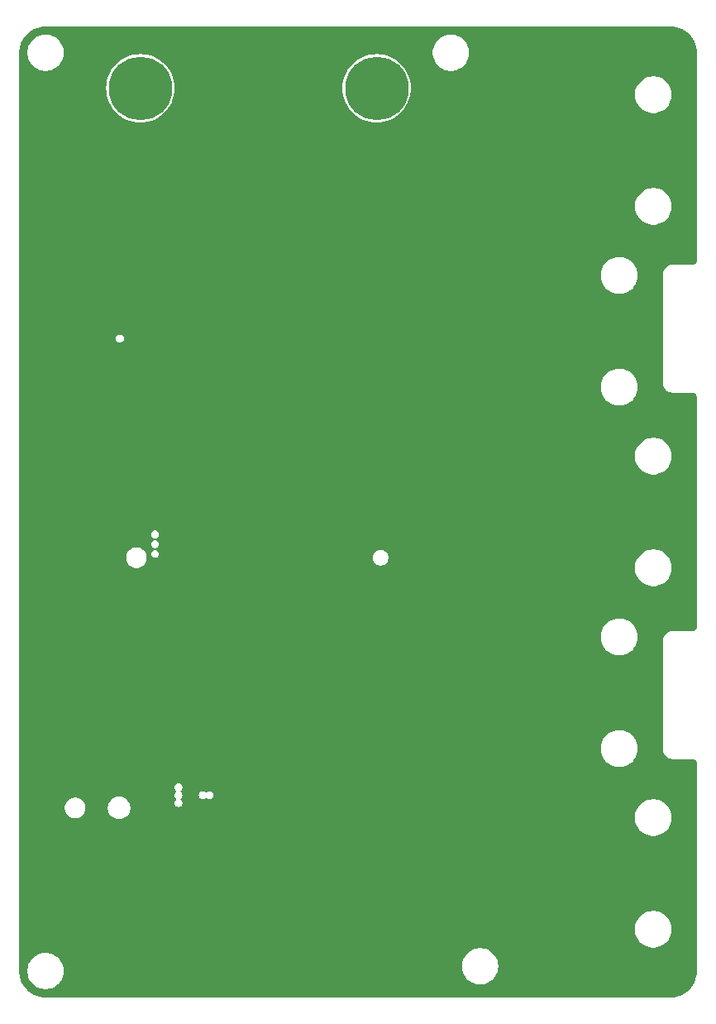
<source format=gbr>
%TF.GenerationSoftware,KiCad,Pcbnew,8.0.6*%
%TF.CreationDate,2024-10-26T18:15:51+02:00*%
%TF.ProjectId,megacard5_reference_design,6d656761-6361-4726-9435-5f7265666572,1.0*%
%TF.SameCoordinates,Original*%
%TF.FileFunction,Copper,L2,Inr*%
%TF.FilePolarity,Positive*%
%FSLAX46Y46*%
G04 Gerber Fmt 4.6, Leading zero omitted, Abs format (unit mm)*
G04 Created by KiCad (PCBNEW 8.0.6) date 2024-10-26 18:15:51*
%MOMM*%
%LPD*%
G01*
G04 APERTURE LIST*
%TA.AperFunction,ComponentPad*%
%ADD10C,6.500000*%
%TD*%
%TA.AperFunction,ViaPad*%
%ADD11C,0.450000*%
%TD*%
G04 APERTURE END LIST*
D10*
%TO.N,N/C*%
%TO.C,J1*%
X96900000Y-36637500D03*
X72700000Y-36637500D03*
%TD*%
%TO.N,N/C*%
%TO.C,J13*%
X96900000Y-36637500D03*
%TD*%
%TO.N,N/C*%
%TO.C,J10*%
X72700000Y-36637500D03*
%TD*%
D11*
%TO.N,GND*%
X72500000Y-113250000D03*
X72500000Y-118500000D03*
X75250000Y-124750000D03*
X80000000Y-125250000D03*
X97500000Y-125250000D03*
X93250000Y-125750000D03*
X88750000Y-125500000D03*
X85250000Y-123750000D03*
X86250000Y-116750000D03*
X88000000Y-118500000D03*
X128000000Y-69000000D03*
X64750000Y-78468750D03*
X119500000Y-98500000D03*
X114750000Y-128468750D03*
X97000000Y-54500000D03*
X85100000Y-83287500D03*
X118237500Y-107750000D03*
X64750000Y-53468750D03*
X94200000Y-79200000D03*
X64750000Y-113468750D03*
X91800000Y-82000000D03*
X111000000Y-107750000D03*
X80642500Y-85741394D03*
X74750000Y-48468750D03*
X69750000Y-33468750D03*
X94200000Y-82000000D03*
X124000000Y-31500000D03*
X92900000Y-86000000D03*
X64750000Y-58468750D03*
X79750000Y-58468750D03*
X124750000Y-43468750D03*
X99750000Y-128468750D03*
X90500000Y-86000000D03*
X103000000Y-81000000D03*
X96200000Y-90200000D03*
X64750000Y-128468750D03*
X79750000Y-73468750D03*
X93800000Y-87400002D03*
X64750000Y-43468750D03*
X87000000Y-79200000D03*
X81058500Y-90487500D03*
X79750000Y-83468750D03*
X89000000Y-90200000D03*
X89750000Y-33468750D03*
X84750000Y-118468750D03*
X89750000Y-108468750D03*
X111000000Y-70750000D03*
X79750000Y-128468750D03*
X79750000Y-98468750D03*
X91000000Y-42000000D03*
X72000000Y-124300022D03*
X62200000Y-116200000D03*
X74750000Y-108468750D03*
X96200000Y-87400000D03*
X87900000Y-83287500D03*
X118237500Y-52250000D03*
X87000000Y-82000000D03*
X86500000Y-45000000D03*
X69750000Y-43468750D03*
X64750000Y-93468750D03*
X73000000Y-87400000D03*
X79750000Y-43468750D03*
X79000000Y-82000000D03*
X89400000Y-79200000D03*
X111000000Y-33750000D03*
X85100000Y-86000000D03*
X79000000Y-79200000D03*
X118237500Y-89250000D03*
X89400000Y-82000000D03*
X81500000Y-85100000D03*
X87900000Y-86000000D03*
X79750000Y-103468750D03*
X69750000Y-63468750D03*
X111000000Y-89250000D03*
X95700000Y-86000000D03*
X89000000Y-87400000D03*
X79750000Y-68468750D03*
X109500000Y-85500000D03*
X99500000Y-64500000D03*
X64750000Y-48468750D03*
X128000000Y-106500000D03*
X69750000Y-128468750D03*
X91400000Y-90200000D03*
X104500000Y-62500000D03*
X124750000Y-118468750D03*
X79750000Y-53468750D03*
X68000000Y-124100000D03*
X93800000Y-90200002D03*
X91800000Y-79200000D03*
X118237500Y-70750000D03*
X119750000Y-128468750D03*
X73400000Y-79200000D03*
X88100000Y-100800000D03*
X86600000Y-90200000D03*
X111000000Y-52250000D03*
X74750000Y-43468750D03*
X69750000Y-53468750D03*
X75400000Y-90200000D03*
X64750000Y-98468750D03*
X74750000Y-68468750D03*
X107500000Y-45000000D03*
X79750000Y-48468750D03*
X64750000Y-63468750D03*
X69750000Y-113468750D03*
X92500000Y-58500000D03*
X69750000Y-58468750D03*
X95700000Y-83287500D03*
X84600000Y-79200000D03*
X84750000Y-33468750D03*
X86600000Y-87400000D03*
X79750000Y-113468750D03*
X84750000Y-128468750D03*
X74400000Y-85700000D03*
X124750000Y-128468750D03*
X84750000Y-38468750D03*
X69750000Y-108468750D03*
X74750000Y-53468750D03*
X78600000Y-90200000D03*
X109750000Y-128468750D03*
X64750000Y-108468750D03*
X90500000Y-83287500D03*
X124750000Y-83468750D03*
X64750000Y-68468750D03*
X69750000Y-73468750D03*
X74750000Y-113468750D03*
X73000000Y-90200000D03*
X79750000Y-63468750D03*
X86500000Y-84687500D03*
X101000000Y-108000000D03*
X69750000Y-78468750D03*
X64750000Y-123468750D03*
X67000000Y-119400000D03*
X75400000Y-87400000D03*
X74750000Y-128468750D03*
X98300000Y-83287500D03*
X84200000Y-87400000D03*
X69750000Y-68468750D03*
X64750000Y-38468750D03*
X104500000Y-109500000D03*
X94750000Y-128468750D03*
X94750000Y-118468750D03*
X64750000Y-73468750D03*
X124750000Y-78468750D03*
X92700000Y-84487500D03*
X74750000Y-63468750D03*
X96600000Y-82000000D03*
X84200000Y-90200000D03*
X96600000Y-79200000D03*
X102500000Y-96500000D03*
X69750000Y-48468750D03*
X90900000Y-102900000D03*
X84600000Y-82000000D03*
X124750000Y-113468750D03*
X118237500Y-33750000D03*
X92900000Y-83287500D03*
X73400000Y-82000000D03*
X78483756Y-87516244D03*
X89750000Y-128468750D03*
X75800000Y-82000000D03*
X83000000Y-119000000D03*
X104750000Y-128468750D03*
X91400000Y-87400000D03*
X79750000Y-33468750D03*
X79750000Y-38468750D03*
X75800000Y-79200000D03*
X74750000Y-58468750D03*
X127000000Y-31500000D03*
%TD*%
%TA.AperFunction,Conductor*%
%TO.N,GND*%
G36*
X127002777Y-30300655D02*
G01*
X127296701Y-30317162D01*
X127307724Y-30318404D01*
X127595224Y-30367252D01*
X127606018Y-30369715D01*
X127886251Y-30450449D01*
X127896722Y-30454113D01*
X128166134Y-30565708D01*
X128176136Y-30570525D01*
X128431354Y-30711578D01*
X128440755Y-30717485D01*
X128678575Y-30886228D01*
X128687254Y-30893149D01*
X128717388Y-30920078D01*
X128904697Y-31087467D01*
X128912532Y-31095302D01*
X128985748Y-31177231D01*
X129106850Y-31312745D01*
X129113771Y-31321424D01*
X129282514Y-31559244D01*
X129288421Y-31568645D01*
X129429474Y-31823863D01*
X129434291Y-31833865D01*
X129545884Y-32103273D01*
X129549551Y-32113752D01*
X129630280Y-32393966D01*
X129632750Y-32404790D01*
X129681594Y-32692270D01*
X129682837Y-32703302D01*
X129699344Y-32997222D01*
X129699500Y-33002773D01*
X129699500Y-33055569D01*
X129699501Y-33055582D01*
X129699501Y-54243511D01*
X129698654Y-54256433D01*
X129685886Y-54353416D01*
X129679197Y-54378380D01*
X129644267Y-54462708D01*
X129631345Y-54485089D01*
X129575779Y-54557504D01*
X129557504Y-54575779D01*
X129485089Y-54631345D01*
X129462708Y-54644267D01*
X129378380Y-54679197D01*
X129353416Y-54685886D01*
X129256442Y-54698653D01*
X129243520Y-54699500D01*
X127305582Y-54699500D01*
X127305570Y-54699499D01*
X127297595Y-54699499D01*
X127250000Y-54699499D01*
X127158093Y-54699499D01*
X127158090Y-54699499D01*
X126977071Y-54731418D01*
X126804338Y-54794288D01*
X126645152Y-54886195D01*
X126645149Y-54886197D01*
X126504353Y-55004339D01*
X126504339Y-55004353D01*
X126386197Y-55145149D01*
X126386195Y-55145152D01*
X126294288Y-55304338D01*
X126231418Y-55477071D01*
X126199499Y-55658090D01*
X126199499Y-55805569D01*
X126199500Y-55805582D01*
X126199500Y-66696325D01*
X126199499Y-66696343D01*
X126199499Y-66841909D01*
X126203807Y-66866339D01*
X126231418Y-67022928D01*
X126294286Y-67195657D01*
X126294287Y-67195659D01*
X126294288Y-67195661D01*
X126386195Y-67354847D01*
X126386197Y-67354850D01*
X126504339Y-67495646D01*
X126504346Y-67495654D01*
X126504352Y-67495659D01*
X126504353Y-67495660D01*
X126645149Y-67613802D01*
X126645152Y-67613804D01*
X126645156Y-67613807D01*
X126804343Y-67705714D01*
X126977072Y-67768582D01*
X127158093Y-67800501D01*
X127210438Y-67800501D01*
X129243526Y-67800501D01*
X129256447Y-67801348D01*
X129271498Y-67803329D01*
X129353419Y-67814114D01*
X129378375Y-67820800D01*
X129462711Y-67855734D01*
X129485086Y-67868652D01*
X129557503Y-67924219D01*
X129575776Y-67942493D01*
X129631344Y-68014909D01*
X129644267Y-68037291D01*
X129679197Y-68121618D01*
X129685886Y-68146582D01*
X129698653Y-68243558D01*
X129699500Y-68256480D01*
X129699500Y-91743518D01*
X129698653Y-91756440D01*
X129685886Y-91853416D01*
X129679197Y-91878380D01*
X129644267Y-91962708D01*
X129631345Y-91985089D01*
X129575779Y-92057504D01*
X129557504Y-92075779D01*
X129485089Y-92131345D01*
X129462708Y-92144267D01*
X129378380Y-92179197D01*
X129353416Y-92185886D01*
X129256442Y-92198653D01*
X129243520Y-92199500D01*
X127305582Y-92199500D01*
X127305570Y-92199499D01*
X127297595Y-92199499D01*
X127250000Y-92199499D01*
X127158093Y-92199499D01*
X127158090Y-92199499D01*
X126977071Y-92231418D01*
X126804338Y-92294288D01*
X126645152Y-92386195D01*
X126645149Y-92386197D01*
X126504353Y-92504339D01*
X126504339Y-92504353D01*
X126386197Y-92645149D01*
X126386195Y-92645152D01*
X126294288Y-92804338D01*
X126231418Y-92977071D01*
X126199499Y-93158090D01*
X126199499Y-93305569D01*
X126199500Y-93305582D01*
X126199500Y-104196325D01*
X126199499Y-104196343D01*
X126199499Y-104202405D01*
X126199499Y-104250000D01*
X126199499Y-104341907D01*
X126231418Y-104522928D01*
X126294286Y-104695657D01*
X126294287Y-104695659D01*
X126294288Y-104695661D01*
X126386195Y-104854847D01*
X126386197Y-104854850D01*
X126504339Y-104995646D01*
X126504346Y-104995654D01*
X126504352Y-104995659D01*
X126504353Y-104995660D01*
X126645149Y-105113802D01*
X126645152Y-105113804D01*
X126645156Y-105113807D01*
X126804343Y-105205714D01*
X126977072Y-105268582D01*
X127158093Y-105300501D01*
X127210438Y-105300501D01*
X129243526Y-105300501D01*
X129256447Y-105301348D01*
X129271498Y-105303329D01*
X129353419Y-105314114D01*
X129378375Y-105320800D01*
X129462711Y-105355734D01*
X129485086Y-105368652D01*
X129557503Y-105424219D01*
X129575776Y-105442493D01*
X129631344Y-105514909D01*
X129644267Y-105537291D01*
X129679197Y-105621618D01*
X129685886Y-105646582D01*
X129698653Y-105743558D01*
X129699500Y-105756480D01*
X129699500Y-126997226D01*
X129699344Y-127002777D01*
X129682837Y-127296697D01*
X129681594Y-127307729D01*
X129632750Y-127595209D01*
X129630280Y-127606033D01*
X129549551Y-127886247D01*
X129545884Y-127896726D01*
X129434291Y-128166134D01*
X129429474Y-128176136D01*
X129288421Y-128431354D01*
X129282514Y-128440755D01*
X129113771Y-128678575D01*
X129106850Y-128687254D01*
X128912540Y-128904689D01*
X128904689Y-128912540D01*
X128687254Y-129106850D01*
X128678575Y-129113771D01*
X128440755Y-129282514D01*
X128431354Y-129288421D01*
X128176136Y-129429474D01*
X128166134Y-129434291D01*
X127896726Y-129545884D01*
X127886247Y-129549551D01*
X127606033Y-129630280D01*
X127595209Y-129632750D01*
X127307729Y-129681594D01*
X127296697Y-129682837D01*
X127002778Y-129699344D01*
X126997227Y-129699500D01*
X126944430Y-129699500D01*
X126944418Y-129699501D01*
X63002772Y-129699501D01*
X62997221Y-129699345D01*
X62703301Y-129682838D01*
X62692269Y-129681595D01*
X62404789Y-129632751D01*
X62393965Y-129630281D01*
X62113751Y-129549552D01*
X62103272Y-129545885D01*
X61833864Y-129434292D01*
X61823862Y-129429475D01*
X61568645Y-129288422D01*
X61559245Y-129282516D01*
X61559242Y-129282514D01*
X61321410Y-129113762D01*
X61312754Y-129106860D01*
X61095302Y-128912532D01*
X61087467Y-128904697D01*
X60893138Y-128687243D01*
X60886238Y-128678592D01*
X60717480Y-128440749D01*
X60711577Y-128431354D01*
X60570524Y-128176137D01*
X60565707Y-128166135D01*
X60565707Y-128166134D01*
X60454112Y-127896723D01*
X60450447Y-127886248D01*
X60450447Y-127886247D01*
X60369714Y-127606019D01*
X60367251Y-127595225D01*
X60318403Y-127307725D01*
X60317161Y-127296698D01*
X60300656Y-127002795D01*
X60300500Y-126997244D01*
X60300500Y-126878448D01*
X61145500Y-126878448D01*
X61145500Y-127121551D01*
X61177230Y-127362563D01*
X61177230Y-127362568D01*
X61240149Y-127597387D01*
X61333178Y-127821979D01*
X61376333Y-127896727D01*
X61454731Y-128032516D01*
X61602722Y-128225380D01*
X61774620Y-128397278D01*
X61967484Y-128545269D01*
X62178016Y-128666819D01*
X62178017Y-128666819D01*
X62178020Y-128666821D01*
X62206397Y-128678575D01*
X62402612Y-128759850D01*
X62637429Y-128822769D01*
X62878450Y-128854500D01*
X62878451Y-128854500D01*
X63121549Y-128854500D01*
X63121550Y-128854500D01*
X63362571Y-128822769D01*
X63597388Y-128759850D01*
X63821984Y-128666819D01*
X64032516Y-128545269D01*
X64225380Y-128397278D01*
X64397278Y-128225380D01*
X64545269Y-128032516D01*
X64666819Y-127821984D01*
X64759850Y-127597388D01*
X64822769Y-127362571D01*
X64854500Y-127121550D01*
X64854500Y-126878450D01*
X64822769Y-126637429D01*
X64759850Y-126402612D01*
X64749841Y-126378448D01*
X105645500Y-126378448D01*
X105645500Y-126621551D01*
X105677230Y-126862563D01*
X105677230Y-126862568D01*
X105740149Y-127097387D01*
X105833178Y-127321979D01*
X105833181Y-127321984D01*
X105954731Y-127532516D01*
X106102722Y-127725380D01*
X106274620Y-127897278D01*
X106467484Y-128045269D01*
X106678016Y-128166819D01*
X106678017Y-128166819D01*
X106678020Y-128166821D01*
X106819394Y-128225380D01*
X106902612Y-128259850D01*
X107137429Y-128322769D01*
X107378450Y-128354500D01*
X107378451Y-128354500D01*
X107621549Y-128354500D01*
X107621550Y-128354500D01*
X107862571Y-128322769D01*
X108097388Y-128259850D01*
X108321984Y-128166819D01*
X108532516Y-128045269D01*
X108725380Y-127897278D01*
X108897278Y-127725380D01*
X109045269Y-127532516D01*
X109166819Y-127321984D01*
X109259850Y-127097388D01*
X109322769Y-126862571D01*
X109354500Y-126621550D01*
X109354500Y-126378450D01*
X109322769Y-126137429D01*
X109259850Y-125902612D01*
X109166819Y-125678016D01*
X109045269Y-125467484D01*
X108897278Y-125274620D01*
X108725380Y-125102722D01*
X108532516Y-124954731D01*
X108532517Y-124954731D01*
X108532515Y-124954730D01*
X108321979Y-124833178D01*
X108097387Y-124740149D01*
X107937001Y-124697174D01*
X107862571Y-124677231D01*
X107862568Y-124677230D01*
X107862566Y-124677230D01*
X107621551Y-124645500D01*
X107621550Y-124645500D01*
X107378450Y-124645500D01*
X107378448Y-124645500D01*
X107137436Y-124677230D01*
X107137431Y-124677230D01*
X106902612Y-124740149D01*
X106678020Y-124833178D01*
X106467484Y-124954730D01*
X106274623Y-125102719D01*
X106102719Y-125274623D01*
X105954730Y-125467484D01*
X105833178Y-125678020D01*
X105740149Y-125902612D01*
X105677230Y-126137431D01*
X105677230Y-126137436D01*
X105645500Y-126378448D01*
X64749841Y-126378448D01*
X64666819Y-126178016D01*
X64545269Y-125967484D01*
X64397278Y-125774620D01*
X64225380Y-125602722D01*
X64032516Y-125454731D01*
X64032517Y-125454731D01*
X64032515Y-125454730D01*
X63821979Y-125333178D01*
X63597387Y-125240149D01*
X63437001Y-125197174D01*
X63362571Y-125177231D01*
X63362568Y-125177230D01*
X63362566Y-125177230D01*
X63121551Y-125145500D01*
X63121550Y-125145500D01*
X62878450Y-125145500D01*
X62878448Y-125145500D01*
X62637436Y-125177230D01*
X62637431Y-125177230D01*
X62402612Y-125240149D01*
X62178020Y-125333178D01*
X61967484Y-125454730D01*
X61774623Y-125602719D01*
X61602719Y-125774623D01*
X61454730Y-125967484D01*
X61333178Y-126178020D01*
X61240149Y-126402612D01*
X61177230Y-126637431D01*
X61177230Y-126637436D01*
X61145500Y-126878448D01*
X60300500Y-126878448D01*
X60300500Y-122591810D01*
X123340500Y-122591810D01*
X123340500Y-122838189D01*
X123372658Y-123082451D01*
X123372658Y-123082456D01*
X123436425Y-123320441D01*
X123530708Y-123548060D01*
X123530711Y-123548065D01*
X123653900Y-123761435D01*
X123803885Y-123956900D01*
X123978100Y-124131115D01*
X124173565Y-124281100D01*
X124386935Y-124404289D01*
X124386936Y-124404289D01*
X124386939Y-124404291D01*
X124614558Y-124498574D01*
X124852541Y-124562341D01*
X125096811Y-124594500D01*
X125096812Y-124594500D01*
X125343188Y-124594500D01*
X125343189Y-124594500D01*
X125587459Y-124562341D01*
X125825442Y-124498574D01*
X126053065Y-124404289D01*
X126266435Y-124281100D01*
X126461900Y-124131115D01*
X126636115Y-123956900D01*
X126786100Y-123761435D01*
X126909289Y-123548065D01*
X127003574Y-123320442D01*
X127067341Y-123082459D01*
X127099500Y-122838189D01*
X127099500Y-122591811D01*
X127067341Y-122347541D01*
X127003574Y-122109558D01*
X126909289Y-121881935D01*
X126786100Y-121668565D01*
X126636115Y-121473100D01*
X126461900Y-121298885D01*
X126266435Y-121148900D01*
X126053065Y-121025711D01*
X126053060Y-121025708D01*
X125825441Y-120931425D01*
X125662891Y-120887871D01*
X125587459Y-120867659D01*
X125587456Y-120867658D01*
X125587454Y-120867658D01*
X125343189Y-120835500D01*
X125096811Y-120835500D01*
X125096810Y-120835500D01*
X124852548Y-120867658D01*
X124852543Y-120867658D01*
X124614558Y-120931425D01*
X124386939Y-121025708D01*
X124173561Y-121148902D01*
X123978103Y-121298882D01*
X123803882Y-121473103D01*
X123653902Y-121668561D01*
X123530708Y-121881939D01*
X123436425Y-122109558D01*
X123372658Y-122347543D01*
X123372658Y-122347548D01*
X123340500Y-122591810D01*
X60300500Y-122591810D01*
X60300500Y-110196138D01*
X64970500Y-110196138D01*
X64970500Y-110403861D01*
X64997516Y-110539677D01*
X65003616Y-110570346D01*
X65011024Y-110607585D01*
X65011024Y-110607587D01*
X65090512Y-110799490D01*
X65090512Y-110799491D01*
X65205916Y-110972203D01*
X65205917Y-110972204D01*
X65352796Y-111119083D01*
X65525507Y-111234486D01*
X65717414Y-111313976D01*
X65921141Y-111354500D01*
X65921142Y-111354500D01*
X66128858Y-111354500D01*
X66128859Y-111354500D01*
X66332586Y-111313976D01*
X66524493Y-111234486D01*
X66697204Y-111119083D01*
X66844083Y-110972204D01*
X66959486Y-110799493D01*
X67038976Y-110607586D01*
X67079500Y-110403859D01*
X67079500Y-110209135D01*
X69370500Y-110209135D01*
X69370500Y-110390864D01*
X69398926Y-110570341D01*
X69455083Y-110743174D01*
X69537582Y-110905089D01*
X69537586Y-110905095D01*
X69644392Y-111052100D01*
X69644394Y-111052102D01*
X69644397Y-111052106D01*
X69772894Y-111180603D01*
X69772897Y-111180605D01*
X69772899Y-111180607D01*
X69919904Y-111287413D01*
X69919910Y-111287417D01*
X70081826Y-111369917D01*
X70254654Y-111426072D01*
X70254655Y-111426072D01*
X70254658Y-111426073D01*
X70434136Y-111454500D01*
X70434139Y-111454500D01*
X70615864Y-111454500D01*
X70795341Y-111426073D01*
X70795342Y-111426072D01*
X70795346Y-111426072D01*
X70968174Y-111369917D01*
X71130090Y-111287417D01*
X71277106Y-111180603D01*
X71295899Y-111161810D01*
X123340500Y-111161810D01*
X123340500Y-111408189D01*
X123372658Y-111652451D01*
X123372658Y-111652456D01*
X123436425Y-111890441D01*
X123530708Y-112118060D01*
X123530711Y-112118065D01*
X123653900Y-112331435D01*
X123803885Y-112526900D01*
X123978100Y-112701115D01*
X124173565Y-112851100D01*
X124386935Y-112974289D01*
X124386936Y-112974289D01*
X124386939Y-112974291D01*
X124614558Y-113068574D01*
X124852541Y-113132341D01*
X125096811Y-113164500D01*
X125096812Y-113164500D01*
X125343188Y-113164500D01*
X125343189Y-113164500D01*
X125587459Y-113132341D01*
X125825442Y-113068574D01*
X126053065Y-112974289D01*
X126266435Y-112851100D01*
X126461900Y-112701115D01*
X126636115Y-112526900D01*
X126786100Y-112331435D01*
X126909289Y-112118065D01*
X127003574Y-111890442D01*
X127067341Y-111652459D01*
X127099500Y-111408189D01*
X127099500Y-111161811D01*
X127067341Y-110917541D01*
X127003574Y-110679558D01*
X126909291Y-110451939D01*
X126909289Y-110451935D01*
X126786100Y-110238565D01*
X126636115Y-110043100D01*
X126461900Y-109868885D01*
X126266435Y-109718900D01*
X126053065Y-109595711D01*
X126053060Y-109595708D01*
X125825441Y-109501425D01*
X125662891Y-109457871D01*
X125587459Y-109437659D01*
X125587456Y-109437658D01*
X125587454Y-109437658D01*
X125343189Y-109405500D01*
X125096811Y-109405500D01*
X125096810Y-109405500D01*
X124852548Y-109437658D01*
X124852543Y-109437658D01*
X124614558Y-109501425D01*
X124386939Y-109595708D01*
X124173561Y-109718902D01*
X123978103Y-109868882D01*
X123803882Y-110043103D01*
X123653902Y-110238561D01*
X123530708Y-110451939D01*
X123436425Y-110679558D01*
X123372658Y-110917543D01*
X123372658Y-110917548D01*
X123340500Y-111161810D01*
X71295899Y-111161810D01*
X71405603Y-111052106D01*
X71512417Y-110905090D01*
X71594917Y-110743174D01*
X71651072Y-110570346D01*
X71677441Y-110403861D01*
X71679500Y-110390864D01*
X71679500Y-110209135D01*
X71651073Y-110029658D01*
X71617573Y-109926555D01*
X71594917Y-109856826D01*
X71512417Y-109694910D01*
X71463656Y-109627796D01*
X71405607Y-109547899D01*
X71405605Y-109547897D01*
X71405603Y-109547894D01*
X71277106Y-109419397D01*
X71277102Y-109419394D01*
X71277100Y-109419392D01*
X71130095Y-109312586D01*
X71130089Y-109312582D01*
X70968174Y-109230083D01*
X70795341Y-109173926D01*
X70615864Y-109145500D01*
X70615861Y-109145500D01*
X70434139Y-109145500D01*
X70434136Y-109145500D01*
X70254658Y-109173926D01*
X70081825Y-109230083D01*
X69919910Y-109312582D01*
X69919904Y-109312586D01*
X69772899Y-109419392D01*
X69644392Y-109547899D01*
X69537586Y-109694904D01*
X69537582Y-109694910D01*
X69455083Y-109856825D01*
X69398926Y-110029658D01*
X69370500Y-110209135D01*
X67079500Y-110209135D01*
X67079500Y-110196141D01*
X67038976Y-109992414D01*
X66959487Y-109800509D01*
X66959487Y-109800508D01*
X66844083Y-109627796D01*
X66697203Y-109480916D01*
X66524490Y-109365512D01*
X66332586Y-109286024D01*
X66128861Y-109245500D01*
X66128859Y-109245500D01*
X65921141Y-109245500D01*
X65921138Y-109245500D01*
X65717414Y-109286024D01*
X65717412Y-109286024D01*
X65525509Y-109365512D01*
X65525508Y-109365512D01*
X65352796Y-109480916D01*
X65205916Y-109627796D01*
X65090512Y-109800508D01*
X65090512Y-109800509D01*
X65011024Y-109992412D01*
X65011024Y-109992414D01*
X64970500Y-110196138D01*
X60300500Y-110196138D01*
X60300500Y-108199999D01*
X76190458Y-108199999D01*
X76190458Y-108200000D01*
X76210502Y-108326554D01*
X76210504Y-108326561D01*
X76268671Y-108440718D01*
X76268674Y-108440723D01*
X76357949Y-108529998D01*
X76385725Y-108584513D01*
X76376154Y-108644945D01*
X76357950Y-108670000D01*
X76301797Y-108726154D01*
X76268672Y-108759279D01*
X76268671Y-108759281D01*
X76210504Y-108873438D01*
X76210502Y-108873445D01*
X76190458Y-108999999D01*
X76190458Y-109000000D01*
X76210502Y-109126554D01*
X76210504Y-109126561D01*
X76268671Y-109240718D01*
X76268674Y-109240723D01*
X76357949Y-109329998D01*
X76385725Y-109384513D01*
X76376154Y-109444945D01*
X76357950Y-109470000D01*
X76280057Y-109547894D01*
X76268672Y-109559279D01*
X76268671Y-109559281D01*
X76210504Y-109673438D01*
X76210502Y-109673445D01*
X76190458Y-109799999D01*
X76190458Y-109800000D01*
X76210502Y-109926554D01*
X76210504Y-109926561D01*
X76263034Y-110029654D01*
X76268674Y-110040723D01*
X76359277Y-110131326D01*
X76359279Y-110131327D01*
X76359281Y-110131328D01*
X76473438Y-110189495D01*
X76473440Y-110189495D01*
X76473445Y-110189498D01*
X76600000Y-110209542D01*
X76726555Y-110189498D01*
X76840723Y-110131326D01*
X76931326Y-110040723D01*
X76989498Y-109926555D01*
X77009542Y-109800000D01*
X76989498Y-109673445D01*
X76989495Y-109673440D01*
X76989495Y-109673438D01*
X76931328Y-109559281D01*
X76931327Y-109559279D01*
X76931326Y-109559277D01*
X76842050Y-109470001D01*
X76814275Y-109415487D01*
X76823846Y-109355055D01*
X76842049Y-109329999D01*
X76931326Y-109240723D01*
X76989498Y-109126555D01*
X77009542Y-109000000D01*
X77009542Y-108999999D01*
X78690458Y-108999999D01*
X78690458Y-109000000D01*
X78710502Y-109126554D01*
X78710504Y-109126561D01*
X78768671Y-109240718D01*
X78768674Y-109240723D01*
X78859277Y-109331326D01*
X78859279Y-109331327D01*
X78859281Y-109331328D01*
X78973438Y-109389495D01*
X78973440Y-109389495D01*
X78973445Y-109389498D01*
X79100000Y-109409542D01*
X79226555Y-109389498D01*
X79340723Y-109331326D01*
X79379998Y-109292050D01*
X79434513Y-109264275D01*
X79494945Y-109273846D01*
X79520000Y-109292049D01*
X79559277Y-109331326D01*
X79559279Y-109331327D01*
X79559281Y-109331328D01*
X79673438Y-109389495D01*
X79673440Y-109389495D01*
X79673445Y-109389498D01*
X79800000Y-109409542D01*
X79926555Y-109389498D01*
X80040723Y-109331326D01*
X80131326Y-109240723D01*
X80189498Y-109126555D01*
X80209542Y-109000000D01*
X80189498Y-108873445D01*
X80189495Y-108873440D01*
X80189495Y-108873438D01*
X80131328Y-108759281D01*
X80131327Y-108759279D01*
X80131326Y-108759277D01*
X80040723Y-108668674D01*
X80040720Y-108668672D01*
X80040718Y-108668671D01*
X79926561Y-108610504D01*
X79926556Y-108610502D01*
X79926555Y-108610502D01*
X79800000Y-108590458D01*
X79673445Y-108610502D01*
X79673438Y-108610504D01*
X79559281Y-108668671D01*
X79559279Y-108668672D01*
X79559277Y-108668673D01*
X79559277Y-108668674D01*
X79520001Y-108707949D01*
X79465487Y-108735725D01*
X79405055Y-108726154D01*
X79379999Y-108707950D01*
X79340723Y-108668674D01*
X79340720Y-108668672D01*
X79340718Y-108668671D01*
X79226561Y-108610504D01*
X79226556Y-108610502D01*
X79226555Y-108610502D01*
X79100000Y-108590458D01*
X78973445Y-108610502D01*
X78973438Y-108610504D01*
X78859281Y-108668671D01*
X78859279Y-108668672D01*
X78768672Y-108759279D01*
X78768671Y-108759281D01*
X78710504Y-108873438D01*
X78710502Y-108873445D01*
X78690458Y-108999999D01*
X77009542Y-108999999D01*
X76989498Y-108873445D01*
X76989495Y-108873440D01*
X76989495Y-108873438D01*
X76931328Y-108759281D01*
X76931327Y-108759279D01*
X76931326Y-108759277D01*
X76842050Y-108670001D01*
X76814275Y-108615487D01*
X76823846Y-108555055D01*
X76842049Y-108529999D01*
X76931326Y-108440723D01*
X76989498Y-108326555D01*
X77009542Y-108200000D01*
X76989498Y-108073445D01*
X76989495Y-108073440D01*
X76989495Y-108073438D01*
X76931328Y-107959281D01*
X76931327Y-107959279D01*
X76931326Y-107959277D01*
X76840723Y-107868674D01*
X76840720Y-107868672D01*
X76840718Y-107868671D01*
X76726561Y-107810504D01*
X76726556Y-107810502D01*
X76726555Y-107810502D01*
X76600000Y-107790458D01*
X76473445Y-107810502D01*
X76473438Y-107810504D01*
X76359281Y-107868671D01*
X76359279Y-107868672D01*
X76268672Y-107959279D01*
X76268671Y-107959281D01*
X76210504Y-108073438D01*
X76210502Y-108073445D01*
X76190458Y-108199999D01*
X60300500Y-108199999D01*
X60300500Y-104091810D01*
X119860500Y-104091810D01*
X119860500Y-104338189D01*
X119892658Y-104582451D01*
X119892658Y-104582456D01*
X119956425Y-104820441D01*
X120050708Y-105048060D01*
X120173902Y-105261438D01*
X120256172Y-105368655D01*
X120323885Y-105456900D01*
X120498100Y-105631115D01*
X120693565Y-105781100D01*
X120906935Y-105904289D01*
X120906936Y-105904289D01*
X120906939Y-105904291D01*
X121134558Y-105998574D01*
X121372541Y-106062341D01*
X121616811Y-106094500D01*
X121616812Y-106094500D01*
X121863188Y-106094500D01*
X121863189Y-106094500D01*
X122107459Y-106062341D01*
X122345442Y-105998574D01*
X122573065Y-105904289D01*
X122786435Y-105781100D01*
X122981900Y-105631115D01*
X123156115Y-105456900D01*
X123306100Y-105261435D01*
X123429289Y-105048065D01*
X123523574Y-104820442D01*
X123587341Y-104582459D01*
X123619500Y-104338189D01*
X123619500Y-104091811D01*
X123587341Y-103847541D01*
X123523574Y-103609558D01*
X123429289Y-103381935D01*
X123306100Y-103168565D01*
X123156115Y-102973100D01*
X122981900Y-102798885D01*
X122786435Y-102648900D01*
X122573065Y-102525711D01*
X122573060Y-102525708D01*
X122345441Y-102431425D01*
X122182891Y-102387871D01*
X122107459Y-102367659D01*
X122107456Y-102367658D01*
X122107454Y-102367658D01*
X121863189Y-102335500D01*
X121616811Y-102335500D01*
X121616810Y-102335500D01*
X121372548Y-102367658D01*
X121372543Y-102367658D01*
X121134558Y-102431425D01*
X120906939Y-102525708D01*
X120693561Y-102648902D01*
X120498103Y-102798882D01*
X120323882Y-102973103D01*
X120173902Y-103168561D01*
X120050708Y-103381939D01*
X119956425Y-103609558D01*
X119892658Y-103847543D01*
X119892658Y-103847548D01*
X119860500Y-104091810D01*
X60300500Y-104091810D01*
X60300500Y-92661811D01*
X119860500Y-92661811D01*
X119860500Y-92908189D01*
X119875911Y-93025250D01*
X119892658Y-93152451D01*
X119892658Y-93152456D01*
X119956425Y-93390441D01*
X120050708Y-93618060D01*
X120050711Y-93618065D01*
X120173900Y-93831435D01*
X120323885Y-94026900D01*
X120498100Y-94201115D01*
X120693565Y-94351100D01*
X120906935Y-94474289D01*
X120906936Y-94474289D01*
X120906939Y-94474291D01*
X121134558Y-94568574D01*
X121372541Y-94632341D01*
X121616811Y-94664500D01*
X121616812Y-94664500D01*
X121863188Y-94664500D01*
X121863189Y-94664500D01*
X122107459Y-94632341D01*
X122345442Y-94568574D01*
X122573065Y-94474289D01*
X122786435Y-94351100D01*
X122981900Y-94201115D01*
X123156115Y-94026900D01*
X123306100Y-93831435D01*
X123429289Y-93618065D01*
X123523574Y-93390442D01*
X123587341Y-93152459D01*
X123619500Y-92908189D01*
X123619500Y-92661811D01*
X123587341Y-92417541D01*
X123523574Y-92179558D01*
X123477301Y-92067845D01*
X123429291Y-91951939D01*
X123365764Y-91841907D01*
X123306100Y-91738565D01*
X123156115Y-91543100D01*
X122981900Y-91368885D01*
X122786435Y-91218900D01*
X122573065Y-91095711D01*
X122573060Y-91095708D01*
X122345441Y-91001425D01*
X122182891Y-90957871D01*
X122107459Y-90937659D01*
X122107456Y-90937658D01*
X122107454Y-90937658D01*
X121863189Y-90905500D01*
X121616811Y-90905500D01*
X121616810Y-90905500D01*
X121372548Y-90937658D01*
X121372543Y-90937658D01*
X121134558Y-91001425D01*
X120906939Y-91095708D01*
X120693561Y-91218902D01*
X120498103Y-91368882D01*
X120323882Y-91543103D01*
X120173902Y-91738561D01*
X120050708Y-91951939D01*
X119956425Y-92179558D01*
X119892658Y-92417543D01*
X119892658Y-92417548D01*
X119862694Y-92645149D01*
X119860500Y-92661811D01*
X60300500Y-92661811D01*
X60300500Y-84583638D01*
X71245500Y-84583638D01*
X71245500Y-84791361D01*
X71286024Y-84995085D01*
X71286024Y-84995087D01*
X71365512Y-85186990D01*
X71365512Y-85186991D01*
X71480916Y-85359703D01*
X71480917Y-85359704D01*
X71627796Y-85506583D01*
X71800507Y-85621986D01*
X71992414Y-85701476D01*
X72196141Y-85742000D01*
X72196142Y-85742000D01*
X72403858Y-85742000D01*
X72403859Y-85742000D01*
X72607586Y-85701476D01*
X72799493Y-85621986D01*
X72844654Y-85591810D01*
X123360500Y-85591810D01*
X123360500Y-85838189D01*
X123392658Y-86082451D01*
X123392658Y-86082456D01*
X123456425Y-86320441D01*
X123550708Y-86548060D01*
X123550711Y-86548065D01*
X123673900Y-86761435D01*
X123823885Y-86956900D01*
X123998100Y-87131115D01*
X124193565Y-87281100D01*
X124406935Y-87404289D01*
X124406936Y-87404289D01*
X124406939Y-87404291D01*
X124634558Y-87498574D01*
X124872541Y-87562341D01*
X125116811Y-87594500D01*
X125116812Y-87594500D01*
X125363188Y-87594500D01*
X125363189Y-87594500D01*
X125607459Y-87562341D01*
X125845442Y-87498574D01*
X126073065Y-87404289D01*
X126286435Y-87281100D01*
X126481900Y-87131115D01*
X126656115Y-86956900D01*
X126806100Y-86761435D01*
X126929289Y-86548065D01*
X127023574Y-86320442D01*
X127087341Y-86082459D01*
X127119500Y-85838189D01*
X127119500Y-85591811D01*
X127087341Y-85347541D01*
X127023574Y-85109558D01*
X126976158Y-84995086D01*
X126929291Y-84881939D01*
X126876995Y-84791359D01*
X126806100Y-84668565D01*
X126656115Y-84473100D01*
X126481900Y-84298885D01*
X126337402Y-84188008D01*
X126286438Y-84148902D01*
X126073060Y-84025708D01*
X125845441Y-83931425D01*
X125682891Y-83887871D01*
X125607459Y-83867659D01*
X125607456Y-83867658D01*
X125607454Y-83867658D01*
X125363189Y-83835500D01*
X125116811Y-83835500D01*
X125116810Y-83835500D01*
X124872548Y-83867658D01*
X124872543Y-83867658D01*
X124634558Y-83931425D01*
X124406939Y-84025708D01*
X124193561Y-84148902D01*
X123998103Y-84298882D01*
X123823882Y-84473103D01*
X123673902Y-84668561D01*
X123550708Y-84881939D01*
X123456425Y-85109558D01*
X123392658Y-85347543D01*
X123392658Y-85347548D01*
X123360500Y-85591810D01*
X72844654Y-85591810D01*
X72972204Y-85506583D01*
X73119083Y-85359704D01*
X73234486Y-85186993D01*
X73313976Y-84995086D01*
X73354500Y-84791359D01*
X73354500Y-84583641D01*
X73313976Y-84379914D01*
X73280874Y-84299999D01*
X73790458Y-84299999D01*
X73790458Y-84300000D01*
X73810502Y-84426554D01*
X73810504Y-84426561D01*
X73868671Y-84540718D01*
X73868674Y-84540723D01*
X73959277Y-84631326D01*
X73959279Y-84631327D01*
X73959281Y-84631328D01*
X74073438Y-84689495D01*
X74073440Y-84689495D01*
X74073445Y-84689498D01*
X74200000Y-84709542D01*
X74326555Y-84689498D01*
X74440723Y-84631326D01*
X74463788Y-84608261D01*
X96495500Y-84608261D01*
X96495500Y-84766738D01*
X96526416Y-84922163D01*
X96526416Y-84922165D01*
X96587059Y-85068571D01*
X96587060Y-85068573D01*
X96587061Y-85068574D01*
X96675104Y-85200339D01*
X96787161Y-85312396D01*
X96918926Y-85400439D01*
X97065336Y-85461084D01*
X97220764Y-85492000D01*
X97220765Y-85492000D01*
X97379235Y-85492000D01*
X97379236Y-85492000D01*
X97534664Y-85461084D01*
X97681074Y-85400439D01*
X97812839Y-85312396D01*
X97924896Y-85200339D01*
X98012939Y-85068574D01*
X98073584Y-84922164D01*
X98104500Y-84766736D01*
X98104500Y-84608264D01*
X98073584Y-84452836D01*
X98012939Y-84306426D01*
X97924896Y-84174661D01*
X97812839Y-84062604D01*
X97681074Y-83974561D01*
X97681073Y-83974560D01*
X97681071Y-83974559D01*
X97534664Y-83913916D01*
X97379238Y-83883000D01*
X97379236Y-83883000D01*
X97220764Y-83883000D01*
X97220761Y-83883000D01*
X97065336Y-83913916D01*
X97065334Y-83913916D01*
X96918928Y-83974559D01*
X96787161Y-84062604D01*
X96787157Y-84062607D01*
X96675107Y-84174657D01*
X96675104Y-84174661D01*
X96587059Y-84306428D01*
X96526416Y-84452834D01*
X96526416Y-84452836D01*
X96495500Y-84608261D01*
X74463788Y-84608261D01*
X74531326Y-84540723D01*
X74589498Y-84426555D01*
X74609542Y-84300000D01*
X74609365Y-84298885D01*
X74606801Y-84282695D01*
X74589498Y-84173445D01*
X74589495Y-84173440D01*
X74589495Y-84173438D01*
X74531328Y-84059281D01*
X74531327Y-84059279D01*
X74531326Y-84059277D01*
X74440723Y-83968674D01*
X74440720Y-83968672D01*
X74440718Y-83968671D01*
X74326561Y-83910504D01*
X74326556Y-83910502D01*
X74326555Y-83910502D01*
X74246216Y-83897777D01*
X74198156Y-83873290D01*
X74183240Y-83888207D01*
X74153782Y-83897778D01*
X74073445Y-83910502D01*
X74073438Y-83910504D01*
X73959281Y-83968671D01*
X73959279Y-83968672D01*
X73868672Y-84059279D01*
X73868671Y-84059281D01*
X73810504Y-84173438D01*
X73810502Y-84173445D01*
X73790458Y-84299999D01*
X73280874Y-84299999D01*
X73234487Y-84188009D01*
X73234487Y-84188008D01*
X73119083Y-84015296D01*
X72972203Y-83868416D01*
X72799490Y-83753012D01*
X72607586Y-83673524D01*
X72403861Y-83633000D01*
X72403859Y-83633000D01*
X72196141Y-83633000D01*
X72196138Y-83633000D01*
X71992414Y-83673524D01*
X71992412Y-83673524D01*
X71800509Y-83753012D01*
X71800508Y-83753012D01*
X71627796Y-83868416D01*
X71480916Y-84015296D01*
X71365512Y-84188008D01*
X71365512Y-84188009D01*
X71286024Y-84379912D01*
X71286024Y-84379914D01*
X71245500Y-84583638D01*
X60300500Y-84583638D01*
X60300500Y-83299993D01*
X73790458Y-83299993D01*
X73790458Y-83299994D01*
X73810502Y-83426548D01*
X73810504Y-83426555D01*
X73868671Y-83540712D01*
X73868674Y-83540717D01*
X73959277Y-83631320D01*
X73959279Y-83631321D01*
X73959281Y-83631322D01*
X74073438Y-83689489D01*
X74073440Y-83689489D01*
X74073445Y-83689492D01*
X74147361Y-83701199D01*
X74153782Y-83702216D01*
X74201842Y-83726703D01*
X74216759Y-83711787D01*
X74246217Y-83702216D01*
X74326555Y-83689492D01*
X74440723Y-83631320D01*
X74531326Y-83540717D01*
X74589498Y-83426549D01*
X74609542Y-83299994D01*
X74589498Y-83173439D01*
X74589495Y-83173434D01*
X74589495Y-83173432D01*
X74531328Y-83059275D01*
X74531327Y-83059273D01*
X74531326Y-83059271D01*
X74440723Y-82968668D01*
X74440720Y-82968666D01*
X74440718Y-82968665D01*
X74326561Y-82910498D01*
X74326556Y-82910496D01*
X74326555Y-82910496D01*
X74246254Y-82897777D01*
X74198144Y-82873264D01*
X74183202Y-82888207D01*
X74153744Y-82897778D01*
X74073445Y-82910496D01*
X74073438Y-82910498D01*
X73959281Y-82968665D01*
X73959279Y-82968666D01*
X73868672Y-83059273D01*
X73868671Y-83059275D01*
X73810504Y-83173432D01*
X73810502Y-83173439D01*
X73790458Y-83299993D01*
X60300500Y-83299993D01*
X60300500Y-82299999D01*
X73790458Y-82299999D01*
X73790458Y-82300000D01*
X73810502Y-82426554D01*
X73810504Y-82426561D01*
X73868671Y-82540718D01*
X73868674Y-82540723D01*
X73959277Y-82631326D01*
X73959279Y-82631327D01*
X73959281Y-82631328D01*
X74073438Y-82689495D01*
X74073440Y-82689495D01*
X74073445Y-82689498D01*
X74146090Y-82701003D01*
X74153744Y-82702216D01*
X74201854Y-82726729D01*
X74216797Y-82711787D01*
X74246255Y-82702216D01*
X74326555Y-82689498D01*
X74440723Y-82631326D01*
X74531326Y-82540723D01*
X74589498Y-82426555D01*
X74609542Y-82300000D01*
X74589498Y-82173445D01*
X74589495Y-82173440D01*
X74589495Y-82173438D01*
X74531328Y-82059281D01*
X74531327Y-82059279D01*
X74531326Y-82059277D01*
X74440723Y-81968674D01*
X74440720Y-81968672D01*
X74440718Y-81968671D01*
X74326561Y-81910504D01*
X74326556Y-81910502D01*
X74326555Y-81910502D01*
X74200000Y-81890458D01*
X74073445Y-81910502D01*
X74073438Y-81910504D01*
X73959281Y-81968671D01*
X73959279Y-81968672D01*
X73868672Y-82059279D01*
X73868671Y-82059281D01*
X73810504Y-82173438D01*
X73810502Y-82173445D01*
X73790458Y-82299999D01*
X60300500Y-82299999D01*
X60300500Y-74161810D01*
X123360500Y-74161810D01*
X123360500Y-74408189D01*
X123392658Y-74652451D01*
X123392658Y-74652456D01*
X123456425Y-74890441D01*
X123550708Y-75118060D01*
X123550711Y-75118065D01*
X123673900Y-75331435D01*
X123823885Y-75526900D01*
X123998100Y-75701115D01*
X124193565Y-75851100D01*
X124406935Y-75974289D01*
X124406936Y-75974289D01*
X124406939Y-75974291D01*
X124634558Y-76068574D01*
X124872541Y-76132341D01*
X125116811Y-76164500D01*
X125116812Y-76164500D01*
X125363188Y-76164500D01*
X125363189Y-76164500D01*
X125607459Y-76132341D01*
X125845442Y-76068574D01*
X126073065Y-75974289D01*
X126286435Y-75851100D01*
X126481900Y-75701115D01*
X126656115Y-75526900D01*
X126806100Y-75331435D01*
X126929289Y-75118065D01*
X127023574Y-74890442D01*
X127087341Y-74652459D01*
X127119500Y-74408189D01*
X127119500Y-74161811D01*
X127087341Y-73917541D01*
X127023574Y-73679558D01*
X126929289Y-73451935D01*
X126806100Y-73238565D01*
X126656115Y-73043100D01*
X126481900Y-72868885D01*
X126286435Y-72718900D01*
X126073065Y-72595711D01*
X126073060Y-72595708D01*
X125845441Y-72501425D01*
X125682891Y-72457871D01*
X125607459Y-72437659D01*
X125607456Y-72437658D01*
X125607454Y-72437658D01*
X125363189Y-72405500D01*
X125116811Y-72405500D01*
X125116810Y-72405500D01*
X124872548Y-72437658D01*
X124872543Y-72437658D01*
X124634558Y-72501425D01*
X124406939Y-72595708D01*
X124193561Y-72718902D01*
X123998103Y-72868882D01*
X123823882Y-73043103D01*
X123673902Y-73238561D01*
X123550708Y-73451939D01*
X123456425Y-73679558D01*
X123392658Y-73917543D01*
X123392658Y-73917548D01*
X123360500Y-74161810D01*
X60300500Y-74161810D01*
X60300500Y-67091810D01*
X119860500Y-67091810D01*
X119860500Y-67338189D01*
X119892658Y-67582451D01*
X119892658Y-67582456D01*
X119956425Y-67820441D01*
X120050708Y-68048060D01*
X120050711Y-68048065D01*
X120173900Y-68261435D01*
X120323885Y-68456900D01*
X120498100Y-68631115D01*
X120693565Y-68781100D01*
X120906935Y-68904289D01*
X120906936Y-68904289D01*
X120906939Y-68904291D01*
X121134558Y-68998574D01*
X121372541Y-69062341D01*
X121616811Y-69094500D01*
X121616812Y-69094500D01*
X121863188Y-69094500D01*
X121863189Y-69094500D01*
X122107459Y-69062341D01*
X122345442Y-68998574D01*
X122573065Y-68904289D01*
X122786435Y-68781100D01*
X122981900Y-68631115D01*
X123156115Y-68456900D01*
X123306100Y-68261435D01*
X123429289Y-68048065D01*
X123523574Y-67820442D01*
X123587341Y-67582459D01*
X123619500Y-67338189D01*
X123619500Y-67091811D01*
X123587341Y-66847541D01*
X123523574Y-66609558D01*
X123429289Y-66381935D01*
X123306100Y-66168565D01*
X123156115Y-65973100D01*
X122981900Y-65798885D01*
X122786435Y-65648900D01*
X122573065Y-65525711D01*
X122573060Y-65525708D01*
X122345441Y-65431425D01*
X122182891Y-65387871D01*
X122107459Y-65367659D01*
X122107456Y-65367658D01*
X122107454Y-65367658D01*
X121863189Y-65335500D01*
X121616811Y-65335500D01*
X121616810Y-65335500D01*
X121372548Y-65367658D01*
X121372543Y-65367658D01*
X121134558Y-65431425D01*
X120906939Y-65525708D01*
X120693561Y-65648902D01*
X120498103Y-65798882D01*
X120323882Y-65973103D01*
X120173902Y-66168561D01*
X120050708Y-66381939D01*
X119956425Y-66609558D01*
X119892658Y-66847543D01*
X119892658Y-66847548D01*
X119860500Y-67091810D01*
X60300500Y-67091810D01*
X60300500Y-62249999D01*
X70190458Y-62249999D01*
X70190458Y-62250000D01*
X70210502Y-62376554D01*
X70210504Y-62376561D01*
X70268671Y-62490718D01*
X70268674Y-62490723D01*
X70359277Y-62581326D01*
X70359279Y-62581327D01*
X70359281Y-62581328D01*
X70473438Y-62639495D01*
X70473440Y-62639495D01*
X70473445Y-62639498D01*
X70600000Y-62659542D01*
X70726555Y-62639498D01*
X70840723Y-62581326D01*
X70931326Y-62490723D01*
X70989498Y-62376555D01*
X71009542Y-62250000D01*
X70989498Y-62123445D01*
X70989495Y-62123440D01*
X70989495Y-62123438D01*
X70931328Y-62009281D01*
X70931327Y-62009279D01*
X70931326Y-62009277D01*
X70840723Y-61918674D01*
X70840720Y-61918672D01*
X70840718Y-61918671D01*
X70726561Y-61860504D01*
X70726556Y-61860502D01*
X70726555Y-61860502D01*
X70600000Y-61840458D01*
X70473445Y-61860502D01*
X70473438Y-61860504D01*
X70359281Y-61918671D01*
X70359279Y-61918672D01*
X70268672Y-62009279D01*
X70268671Y-62009281D01*
X70210504Y-62123438D01*
X70210502Y-62123445D01*
X70190458Y-62249999D01*
X60300500Y-62249999D01*
X60300500Y-55661810D01*
X119860500Y-55661810D01*
X119860500Y-55908189D01*
X119892658Y-56152451D01*
X119892658Y-56152456D01*
X119956425Y-56390441D01*
X120050708Y-56618060D01*
X120050711Y-56618065D01*
X120173900Y-56831435D01*
X120323885Y-57026900D01*
X120498100Y-57201115D01*
X120693565Y-57351100D01*
X120906935Y-57474289D01*
X120906936Y-57474289D01*
X120906939Y-57474291D01*
X121134558Y-57568574D01*
X121372541Y-57632341D01*
X121616811Y-57664500D01*
X121616812Y-57664500D01*
X121863188Y-57664500D01*
X121863189Y-57664500D01*
X122107459Y-57632341D01*
X122345442Y-57568574D01*
X122573065Y-57474289D01*
X122786435Y-57351100D01*
X122981900Y-57201115D01*
X123156115Y-57026900D01*
X123306100Y-56831435D01*
X123429289Y-56618065D01*
X123523574Y-56390442D01*
X123587341Y-56152459D01*
X123619500Y-55908189D01*
X123619500Y-55661811D01*
X123587341Y-55417541D01*
X123523574Y-55179558D01*
X123509324Y-55145156D01*
X123429291Y-54951939D01*
X123391334Y-54886195D01*
X123306100Y-54738565D01*
X123156115Y-54543100D01*
X122981900Y-54368885D01*
X122835349Y-54256433D01*
X122786438Y-54218902D01*
X122757864Y-54202405D01*
X122573065Y-54095711D01*
X122573060Y-54095708D01*
X122345441Y-54001425D01*
X122182891Y-53957871D01*
X122107459Y-53937659D01*
X122107456Y-53937658D01*
X122107454Y-53937658D01*
X121863189Y-53905500D01*
X121616811Y-53905500D01*
X121616810Y-53905500D01*
X121372548Y-53937658D01*
X121372543Y-53937658D01*
X121134558Y-54001425D01*
X120906939Y-54095708D01*
X120693561Y-54218902D01*
X120498103Y-54368882D01*
X120323882Y-54543103D01*
X120173902Y-54738561D01*
X120050708Y-54951939D01*
X119956425Y-55179558D01*
X119892658Y-55417543D01*
X119892658Y-55417548D01*
X119860500Y-55661810D01*
X60300500Y-55661810D01*
X60300500Y-48591810D01*
X123360500Y-48591810D01*
X123360500Y-48838189D01*
X123392658Y-49082451D01*
X123392658Y-49082456D01*
X123456425Y-49320441D01*
X123550708Y-49548060D01*
X123550711Y-49548065D01*
X123673900Y-49761435D01*
X123823885Y-49956900D01*
X123998100Y-50131115D01*
X124193565Y-50281100D01*
X124406935Y-50404289D01*
X124406936Y-50404289D01*
X124406939Y-50404291D01*
X124634558Y-50498574D01*
X124872541Y-50562341D01*
X125116811Y-50594500D01*
X125116812Y-50594500D01*
X125363188Y-50594500D01*
X125363189Y-50594500D01*
X125607459Y-50562341D01*
X125845442Y-50498574D01*
X126073065Y-50404289D01*
X126286435Y-50281100D01*
X126481900Y-50131115D01*
X126656115Y-49956900D01*
X126806100Y-49761435D01*
X126929289Y-49548065D01*
X127023574Y-49320442D01*
X127087341Y-49082459D01*
X127119500Y-48838189D01*
X127119500Y-48591811D01*
X127087341Y-48347541D01*
X127023574Y-48109558D01*
X126929289Y-47881935D01*
X126806100Y-47668565D01*
X126656115Y-47473100D01*
X126481900Y-47298885D01*
X126286435Y-47148900D01*
X126073065Y-47025711D01*
X126073060Y-47025708D01*
X125845441Y-46931425D01*
X125682891Y-46887871D01*
X125607459Y-46867659D01*
X125607456Y-46867658D01*
X125607454Y-46867658D01*
X125363189Y-46835500D01*
X125116811Y-46835500D01*
X125116810Y-46835500D01*
X124872548Y-46867658D01*
X124872543Y-46867658D01*
X124634558Y-46931425D01*
X124406939Y-47025708D01*
X124193561Y-47148902D01*
X123998103Y-47298882D01*
X123823882Y-47473103D01*
X123673902Y-47668561D01*
X123550708Y-47881939D01*
X123456425Y-48109558D01*
X123392658Y-48347543D01*
X123392658Y-48347548D01*
X123360500Y-48591810D01*
X60300500Y-48591810D01*
X60300500Y-36637493D01*
X69194696Y-36637493D01*
X69194696Y-36637506D01*
X69213896Y-37003892D01*
X69213898Y-37003913D01*
X69271293Y-37366288D01*
X69366257Y-37720696D01*
X69366264Y-37720719D01*
X69497743Y-38063233D01*
X69497745Y-38063236D01*
X69664318Y-38390152D01*
X69864149Y-38697866D01*
X70095051Y-38983006D01*
X70354494Y-39242449D01*
X70639634Y-39473351D01*
X70947348Y-39673182D01*
X71274264Y-39839755D01*
X71274266Y-39839756D01*
X71616780Y-39971235D01*
X71616793Y-39971239D01*
X71616801Y-39971242D01*
X71971206Y-40066205D01*
X71971209Y-40066205D01*
X71971211Y-40066206D01*
X72333586Y-40123601D01*
X72333595Y-40123601D01*
X72333596Y-40123602D01*
X72333597Y-40123602D01*
X72333607Y-40123603D01*
X72699994Y-40142804D01*
X72700000Y-40142804D01*
X72700006Y-40142804D01*
X73066392Y-40123603D01*
X73066400Y-40123602D01*
X73066404Y-40123602D01*
X73066406Y-40123601D01*
X73066413Y-40123601D01*
X73428788Y-40066206D01*
X73428788Y-40066205D01*
X73428794Y-40066205D01*
X73783199Y-39971242D01*
X73783210Y-39971237D01*
X73783219Y-39971235D01*
X74125733Y-39839756D01*
X74125731Y-39839756D01*
X74125736Y-39839755D01*
X74452652Y-39673182D01*
X74760366Y-39473351D01*
X75045506Y-39242449D01*
X75304949Y-38983006D01*
X75535851Y-38697866D01*
X75735682Y-38390152D01*
X75902255Y-38063236D01*
X75968584Y-37890442D01*
X76033735Y-37720719D01*
X76033737Y-37720710D01*
X76033742Y-37720699D01*
X76128705Y-37366294D01*
X76186102Y-37003904D01*
X76205304Y-36637500D01*
X76205304Y-36637493D01*
X93394696Y-36637493D01*
X93394696Y-36637506D01*
X93413896Y-37003892D01*
X93413898Y-37003913D01*
X93471293Y-37366288D01*
X93566257Y-37720696D01*
X93566264Y-37720719D01*
X93697743Y-38063233D01*
X93697745Y-38063236D01*
X93864318Y-38390152D01*
X94064149Y-38697866D01*
X94295051Y-38983006D01*
X94554494Y-39242449D01*
X94839634Y-39473351D01*
X95147348Y-39673182D01*
X95474264Y-39839755D01*
X95474266Y-39839756D01*
X95816780Y-39971235D01*
X95816793Y-39971239D01*
X95816801Y-39971242D01*
X96171206Y-40066205D01*
X96171209Y-40066205D01*
X96171211Y-40066206D01*
X96533586Y-40123601D01*
X96533595Y-40123601D01*
X96533596Y-40123602D01*
X96533597Y-40123602D01*
X96533607Y-40123603D01*
X96899994Y-40142804D01*
X96900000Y-40142804D01*
X96900006Y-40142804D01*
X97266392Y-40123603D01*
X97266400Y-40123602D01*
X97266404Y-40123602D01*
X97266406Y-40123601D01*
X97266413Y-40123601D01*
X97628788Y-40066206D01*
X97628788Y-40066205D01*
X97628794Y-40066205D01*
X97983199Y-39971242D01*
X97983210Y-39971237D01*
X97983219Y-39971235D01*
X98325733Y-39839756D01*
X98325731Y-39839756D01*
X98325736Y-39839755D01*
X98652652Y-39673182D01*
X98960366Y-39473351D01*
X99245506Y-39242449D01*
X99504949Y-38983006D01*
X99735851Y-38697866D01*
X99935682Y-38390152D01*
X100102255Y-38063236D01*
X100168584Y-37890442D01*
X100233735Y-37720719D01*
X100233737Y-37720710D01*
X100233742Y-37720699D01*
X100328705Y-37366294D01*
X100361092Y-37161810D01*
X123360500Y-37161810D01*
X123360500Y-37408189D01*
X123392658Y-37652451D01*
X123392658Y-37652456D01*
X123456425Y-37890441D01*
X123550708Y-38118060D01*
X123550711Y-38118065D01*
X123673900Y-38331435D01*
X123823885Y-38526900D01*
X123998100Y-38701115D01*
X124193565Y-38851100D01*
X124406935Y-38974289D01*
X124406936Y-38974289D01*
X124406939Y-38974291D01*
X124634558Y-39068574D01*
X124872541Y-39132341D01*
X125116811Y-39164500D01*
X125116812Y-39164500D01*
X125363188Y-39164500D01*
X125363189Y-39164500D01*
X125607459Y-39132341D01*
X125845442Y-39068574D01*
X126073065Y-38974289D01*
X126286435Y-38851100D01*
X126481900Y-38701115D01*
X126656115Y-38526900D01*
X126806100Y-38331435D01*
X126929289Y-38118065D01*
X127023574Y-37890442D01*
X127087341Y-37652459D01*
X127119500Y-37408189D01*
X127119500Y-37161811D01*
X127087341Y-36917541D01*
X127023574Y-36679558D01*
X126929289Y-36451935D01*
X126806100Y-36238565D01*
X126656115Y-36043100D01*
X126481900Y-35868885D01*
X126286435Y-35718900D01*
X126073065Y-35595711D01*
X126073060Y-35595708D01*
X125845441Y-35501425D01*
X125682891Y-35457871D01*
X125607459Y-35437659D01*
X125607456Y-35437658D01*
X125607454Y-35437658D01*
X125363189Y-35405500D01*
X125116811Y-35405500D01*
X125116810Y-35405500D01*
X124872548Y-35437658D01*
X124872543Y-35437658D01*
X124634558Y-35501425D01*
X124406939Y-35595708D01*
X124193561Y-35718902D01*
X123998103Y-35868882D01*
X123823882Y-36043103D01*
X123673902Y-36238561D01*
X123550708Y-36451939D01*
X123456425Y-36679558D01*
X123392658Y-36917543D01*
X123392658Y-36917548D01*
X123360500Y-37161810D01*
X100361092Y-37161810D01*
X100386102Y-37003904D01*
X100405304Y-36637500D01*
X100405304Y-36637493D01*
X100386103Y-36271107D01*
X100386101Y-36271086D01*
X100328706Y-35908711D01*
X100318034Y-35868882D01*
X100233742Y-35554301D01*
X100233739Y-35554293D01*
X100233735Y-35554280D01*
X100102256Y-35211766D01*
X100102255Y-35211764D01*
X99935682Y-34884848D01*
X99735851Y-34577134D01*
X99504949Y-34291994D01*
X99245506Y-34032551D01*
X98960366Y-33801649D01*
X98652652Y-33601818D01*
X98617287Y-33583798D01*
X98325733Y-33435243D01*
X97983219Y-33303764D01*
X97983196Y-33303757D01*
X97628788Y-33208793D01*
X97266413Y-33151398D01*
X97266392Y-33151396D01*
X96900006Y-33132196D01*
X96899994Y-33132196D01*
X96533607Y-33151396D01*
X96533586Y-33151398D01*
X96171211Y-33208793D01*
X95816803Y-33303757D01*
X95816780Y-33303764D01*
X95474266Y-33435243D01*
X95147353Y-33601815D01*
X94839631Y-33801651D01*
X94554498Y-34032547D01*
X94295047Y-34291998D01*
X94064151Y-34577131D01*
X94064149Y-34577134D01*
X93904633Y-34822769D01*
X93864315Y-34884853D01*
X93697743Y-35211766D01*
X93566264Y-35554280D01*
X93566257Y-35554303D01*
X93471293Y-35908711D01*
X93413898Y-36271086D01*
X93413896Y-36271107D01*
X93394696Y-36637493D01*
X76205304Y-36637493D01*
X76186103Y-36271107D01*
X76186101Y-36271086D01*
X76128706Y-35908711D01*
X76118034Y-35868882D01*
X76033742Y-35554301D01*
X76033739Y-35554293D01*
X76033735Y-35554280D01*
X75902256Y-35211766D01*
X75902255Y-35211764D01*
X75735682Y-34884848D01*
X75535851Y-34577134D01*
X75304949Y-34291994D01*
X75045506Y-34032551D01*
X74760366Y-33801649D01*
X74452652Y-33601818D01*
X74417287Y-33583798D01*
X74125733Y-33435243D01*
X73783219Y-33303764D01*
X73783196Y-33303757D01*
X73428788Y-33208793D01*
X73066413Y-33151398D01*
X73066392Y-33151396D01*
X72700006Y-33132196D01*
X72699994Y-33132196D01*
X72333607Y-33151396D01*
X72333586Y-33151398D01*
X71971211Y-33208793D01*
X71616803Y-33303757D01*
X71616780Y-33303764D01*
X71274266Y-33435243D01*
X70947353Y-33601815D01*
X70639631Y-33801651D01*
X70354498Y-34032547D01*
X70095047Y-34291998D01*
X69864151Y-34577131D01*
X69864149Y-34577134D01*
X69704633Y-34822769D01*
X69664315Y-34884853D01*
X69497743Y-35211766D01*
X69366264Y-35554280D01*
X69366257Y-35554303D01*
X69271293Y-35908711D01*
X69213898Y-36271086D01*
X69213896Y-36271107D01*
X69194696Y-36637493D01*
X60300500Y-36637493D01*
X60300500Y-33002773D01*
X60300656Y-32997222D01*
X60307326Y-32878448D01*
X61145500Y-32878448D01*
X61145500Y-33121551D01*
X61177230Y-33362563D01*
X61177230Y-33362568D01*
X61240149Y-33597387D01*
X61333178Y-33821979D01*
X61333181Y-33821984D01*
X61454731Y-34032516D01*
X61602722Y-34225380D01*
X61774620Y-34397278D01*
X61967484Y-34545269D01*
X62178016Y-34666819D01*
X62178017Y-34666819D01*
X62178020Y-34666821D01*
X62402612Y-34759850D01*
X62637429Y-34822769D01*
X62878450Y-34854500D01*
X62878451Y-34854500D01*
X63121549Y-34854500D01*
X63121550Y-34854500D01*
X63362571Y-34822769D01*
X63597388Y-34759850D01*
X63821984Y-34666819D01*
X64032516Y-34545269D01*
X64225380Y-34397278D01*
X64397278Y-34225380D01*
X64545269Y-34032516D01*
X64666819Y-33821984D01*
X64759850Y-33597388D01*
X64822769Y-33362571D01*
X64854500Y-33121550D01*
X64854500Y-32878450D01*
X64854500Y-32878448D01*
X102645500Y-32878448D01*
X102645500Y-33121551D01*
X102677230Y-33362563D01*
X102677230Y-33362568D01*
X102740149Y-33597387D01*
X102833178Y-33821979D01*
X102833181Y-33821984D01*
X102954731Y-34032516D01*
X103102722Y-34225380D01*
X103274620Y-34397278D01*
X103467484Y-34545269D01*
X103678016Y-34666819D01*
X103678017Y-34666819D01*
X103678020Y-34666821D01*
X103902612Y-34759850D01*
X104137429Y-34822769D01*
X104378450Y-34854500D01*
X104378451Y-34854500D01*
X104621549Y-34854500D01*
X104621550Y-34854500D01*
X104862571Y-34822769D01*
X105097388Y-34759850D01*
X105321984Y-34666819D01*
X105532516Y-34545269D01*
X105725380Y-34397278D01*
X105897278Y-34225380D01*
X106045269Y-34032516D01*
X106166819Y-33821984D01*
X106259850Y-33597388D01*
X106322769Y-33362571D01*
X106354500Y-33121550D01*
X106354500Y-32878450D01*
X106322769Y-32637429D01*
X106259850Y-32402612D01*
X106166819Y-32178016D01*
X106045269Y-31967484D01*
X105897278Y-31774620D01*
X105725380Y-31602722D01*
X105532516Y-31454731D01*
X105532517Y-31454731D01*
X105532515Y-31454730D01*
X105321979Y-31333178D01*
X105097387Y-31240149D01*
X104937001Y-31197174D01*
X104862571Y-31177231D01*
X104862568Y-31177230D01*
X104862566Y-31177230D01*
X104621551Y-31145500D01*
X104621550Y-31145500D01*
X104378450Y-31145500D01*
X104378448Y-31145500D01*
X104137436Y-31177230D01*
X104137431Y-31177230D01*
X103902612Y-31240149D01*
X103678020Y-31333178D01*
X103467484Y-31454730D01*
X103274623Y-31602719D01*
X103102719Y-31774623D01*
X102954730Y-31967484D01*
X102833178Y-32178020D01*
X102740149Y-32402612D01*
X102677230Y-32637431D01*
X102677230Y-32637436D01*
X102645500Y-32878448D01*
X64854500Y-32878448D01*
X64822769Y-32637429D01*
X64759850Y-32402612D01*
X64666819Y-32178016D01*
X64545269Y-31967484D01*
X64397278Y-31774620D01*
X64225380Y-31602722D01*
X64032516Y-31454731D01*
X64032517Y-31454731D01*
X64032515Y-31454730D01*
X63821979Y-31333178D01*
X63597387Y-31240149D01*
X63437001Y-31197174D01*
X63362571Y-31177231D01*
X63362568Y-31177230D01*
X63362566Y-31177230D01*
X63121551Y-31145500D01*
X63121550Y-31145500D01*
X62878450Y-31145500D01*
X62878448Y-31145500D01*
X62637436Y-31177230D01*
X62637431Y-31177230D01*
X62402612Y-31240149D01*
X62178020Y-31333178D01*
X61967484Y-31454730D01*
X61774623Y-31602719D01*
X61602719Y-31774623D01*
X61454730Y-31967484D01*
X61333178Y-32178020D01*
X61240149Y-32402612D01*
X61177230Y-32637431D01*
X61177230Y-32637436D01*
X61145500Y-32878448D01*
X60307326Y-32878448D01*
X60317162Y-32703302D01*
X60318405Y-32692270D01*
X60327722Y-32637436D01*
X60367253Y-32404771D01*
X60369714Y-32393985D01*
X60450451Y-32113742D01*
X60454111Y-32103283D01*
X60565711Y-31833858D01*
X60570525Y-31823863D01*
X60597739Y-31774623D01*
X60711583Y-31568636D01*
X60717479Y-31559253D01*
X60886230Y-31321421D01*
X60893149Y-31312745D01*
X61087475Y-31095293D01*
X61095293Y-31087475D01*
X61312748Y-30893146D01*
X61321424Y-30886228D01*
X61559253Y-30717479D01*
X61568636Y-30711583D01*
X61823869Y-30570522D01*
X61833858Y-30565711D01*
X62103283Y-30454111D01*
X62113742Y-30450451D01*
X62393985Y-30369714D01*
X62404771Y-30367253D01*
X62692277Y-30318404D01*
X62703296Y-30317162D01*
X62997222Y-30300655D01*
X63002773Y-30300500D01*
X63047595Y-30300500D01*
X126952405Y-30300500D01*
X126997227Y-30300500D01*
X127002777Y-30300655D01*
G37*
%TD.AperFunction*%
%TD*%
M02*

</source>
